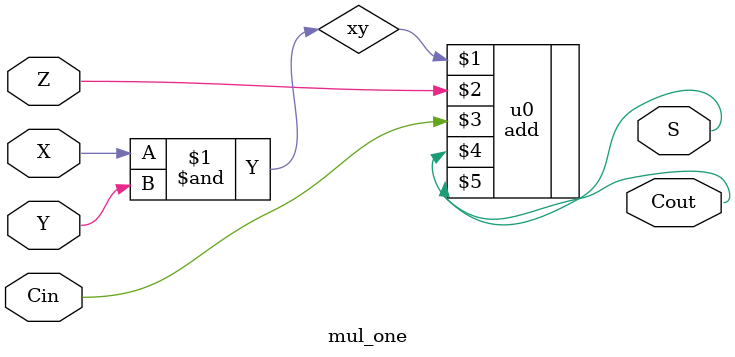
<source format=v>
`timescale 1ns / 1ps
module mul_one(
    input X,
    input Y,
    input Cin,
    input Z,
    output S,
    output Cout
    );
    
    wire xy;
    assign xy=X & Y;
    add u0(xy,Z,Cin,S,Cout);

endmodule

</source>
